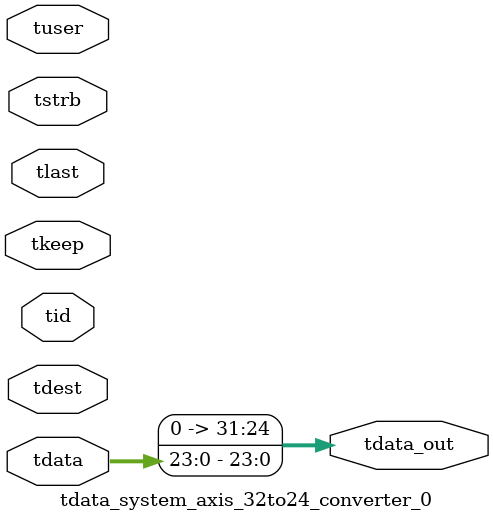
<source format=v>


`timescale 1ps/1ps

module tdata_system_axis_32to24_converter_0 #
(
parameter C_S_AXIS_TDATA_WIDTH = 32,
parameter C_S_AXIS_TUSER_WIDTH = 0,
parameter C_S_AXIS_TID_WIDTH   = 0,
parameter C_S_AXIS_TDEST_WIDTH = 0,
parameter C_M_AXIS_TDATA_WIDTH = 32
)
(
input  [(C_S_AXIS_TDATA_WIDTH == 0 ? 1 : C_S_AXIS_TDATA_WIDTH)-1:0     ] tdata,
input  [(C_S_AXIS_TUSER_WIDTH == 0 ? 1 : C_S_AXIS_TUSER_WIDTH)-1:0     ] tuser,
input  [(C_S_AXIS_TID_WIDTH   == 0 ? 1 : C_S_AXIS_TID_WIDTH)-1:0       ] tid,
input  [(C_S_AXIS_TDEST_WIDTH == 0 ? 1 : C_S_AXIS_TDEST_WIDTH)-1:0     ] tdest,
input  [(C_S_AXIS_TDATA_WIDTH/8)-1:0 ] tkeep,
input  [(C_S_AXIS_TDATA_WIDTH/8)-1:0 ] tstrb,
input                                                                    tlast,
output [C_M_AXIS_TDATA_WIDTH-1:0] tdata_out
);

assign tdata_out = {tdata[23:0]};

endmodule


</source>
